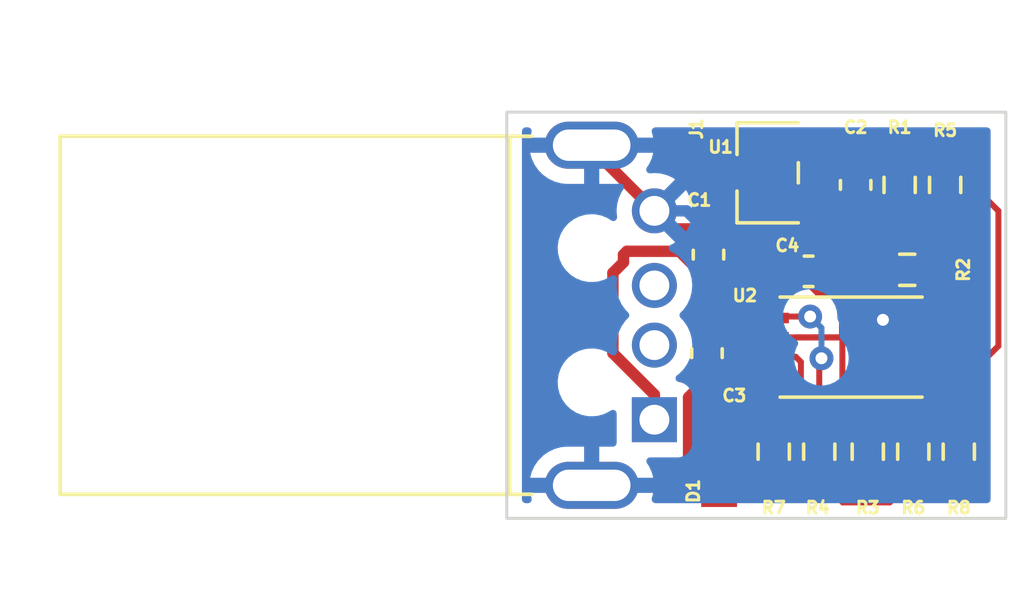
<source format=kicad_pcb>
(kicad_pcb (version 20211014) (generator pcbnew)
  (layers (0 "F.Cu" signal) (31 "B.Cu" signal) (34 "B.Paste" user) (35 "F.Paste" user) (36 "B.SilkS" user "B.Silkscreen") (37 "F.SilkS" user "F.Silkscreen") (38 "B.Mask" user) (39 "F.Mask" user) (44 "Edge.Cuts" user))
  (net 0 "")
  (net 1 "Net-(D1-Pad+)")
  (net 4 "Net-(R1-Pad1)")
  (net 5 "Net-(R3-Pad1)")
  (net 6 "Net-(R3-Pad2)")
  (net 7 "Net-(R4-Pad2)")
  (net 8 "Net-(R5-Pad1)")
  (net 9 "Net-(R5-Pad2)")
  (net 10 "Net-(C1-Pad1)")
  (net 11 "GND")
  (net 12 "Net-(C2-Pad1)")
  (net 13 "Net-(C4-Pad2)")
  (footprint "Resistor_SMD:R_0603_1608Metric_Pad0.98x0.95mm_HandSolder" (layer "F.Cu") (at 101.7016 87.63 -90)
    (fp_text reference "R3" (at 1.8796 0 -180) (layer "F.SilkS") (effects (font (size 0.4 0.4) (thickness 0.1))))
    (fp_text value "10K")
    (fp_line (start -0.254724 -0.5225) (end 0.254724 -0.5225) (layer "F.SilkS") (width 0.12))
    (fp_line (start -0.254724 0.5225) (end 0.254724 0.5225) (layer "F.SilkS") (width 0.12))
    (pad "1" smd roundrect (at -0.9125 0 270) (size 0.975 0.95) (layers "F.Cu" "F.Paste" "F.Mask") (net 5 "Net-(R3-Pad1)"))
    (pad "2" smd roundrect (at 0.9125 0 270) (size 0.975 0.95) (layers "F.Cu" "F.Paste" "F.Mask") (net 6 "Net-(R3-Pad2)"))
  )
  (footprint "Capacitor_SMD:C_0603_1608Metric_Pad1.08x0.95mm_HandSolder" (layer "F.Cu") (at 101.2952 78.6892 -90)
    (fp_text reference "C2" (at -1.9304 0 180) (layer "F.SilkS") (effects (font (size 0.4 0.4) (thickness 0.1))))
    (fp_text value "1U")
    (fp_line (start -0.146267 -0.51) (end 0.146267 -0.51) (layer "F.SilkS") (width 0.12))
    (fp_line (start -0.146267 0.51) (end 0.146267 0.51) (layer "F.SilkS") (width 0.12))
    (pad "1" smd roundrect (at -0.8625 0 270) (size 1.075 0.95) (layers "F.Cu" "F.Paste" "F.Mask") (net 12 "Net-(C2-Pad1)"))
    (pad "2" smd roundrect (at 0.8625 0 270) (size 1.075 0.95) (layers "F.Cu" "F.Paste" "F.Mask") (net 11 "GND"))
  )
  (footprint "Capacitor_SMD:C_0603_1608Metric_Pad1.08x0.95mm_HandSolder" (layer "F.Cu") (at 99.7204 81.5848 180)
    (fp_text reference "C4" (at 0.7112 0.8636 180) (layer "F.SilkS") (effects (font (size 0.4 0.4) (thickness 0.1))))
    (fp_text value ".1U")
    (fp_line (start -0.146267 0.51) (end 0.146267 0.51) (layer "F.SilkS") (width 0.12))
    (fp_line (start -0.146267 -0.51) (end 0.146267 -0.51) (layer "F.SilkS") (width 0.12))
    (pad "1" smd roundrect (at -0.8625 0 180) (size 1.075 0.95) (layers "F.Cu" "F.Paste" "F.Mask") (net 11 "GND"))
    (pad "2" smd roundrect (at 0.8625 0 180) (size 1.075 0.95) (layers "F.Cu" "F.Paste" "F.Mask") (net 13 "Net-(C4-Pad2)"))
  )
  (footprint "MCP1702T-3302E-CBCT-ND:MCP1702T-3302E&slash_CB" (layer "F.Cu") (at 98.3488 78.2828 90)
    (fp_text reference "U1" (at 0.8636 -1.5748 180) (layer "F.SilkS") (effects (font (size 0.4 0.4) (thickness 0.1))))
    (fp_text value "MCP1702T-3302E/CB" hide)
    (fp_line (start -0.61214 -1.027) (end -1.676999 -1.027) (layer "F.SilkS") (width 0.12))
    (fp_line (start -0.337861 1.027) (end 0.337861 1.027) (layer "F.SilkS") (width 0.12))
    (fp_line (start 1.676999 -1.027) (end 0.61214 -1.027) (layer "F.SilkS") (width 0.12))
    (fp_line (start 1.676999 1.027) (end 1.676999 -1.027) (layer "F.SilkS") (width 0.12))
    (fp_line (start -1.676999 -1.027) (end -1.676999 1.027) (layer "F.SilkS") (width 0.12))
    (pad "1" smd rect (at -0.950001 1.1952 90) (size 0.9398 1.3208) (layers "F.Cu" "F.Paste" "F.Mask") (net 11 "GND"))
    (pad "2" smd rect (at 0.950001 1.1952 90) (size 0.9398 1.3208) (layers "F.Cu" "F.Paste" "F.Mask") (net 12 "Net-(C2-Pad1)"))
    (pad "3" smd rect (at 0 -1.1952 90) (size 0.9398 1.3208) (layers "F.Cu" "F.Paste" "F.Mask") (net 10 "Net-(C1-Pad1)"))
  )
  (footprint "MCP6022T-I-STCT-ND:MCP6022T-I&slash_ST" (layer "F.Cu") (at 101.1428 84.1248 180)
    (fp_text reference "U2" (at 3.556 1.7272) (layer "F.SilkS") (effects (font (size 0.4 0.4) (thickness 0.1))))
    (fp_text value "MCP6022T-I/ST" hide)
    (fp_line (start -2.377001 1.676999) (end 2.377001 1.676999) (layer "F.SilkS") (width 0.12))
    (fp_line (start 2.377001 -1.676999) (end -2.377001 -1.676999) (layer "F.SilkS") (width 0.12))
    (pad "1" smd rect (at -2.819001 -0.974999 180) (size 1.4732 0.3556) (layers "F.Cu" "F.Paste" "F.Mask") (net 5 "Net-(R3-Pad1)"))
    (pad "2" smd rect (at -2.819001 -0.325001 180) (size 1.4732 0.3556) (layers "F.Cu" "F.Paste" "F.Mask") (net 5 "Net-(R3-Pad1)"))
    (pad "3" smd rect (at -2.819001 0.325001 180) (size 1.4732 0.3556) (layers "F.Cu" "F.Paste" "F.Mask") (net 4 "Net-(R1-Pad1)"))
    (pad "4" smd rect (at -2.819001 0.974999 180) (size 1.4732 0.3556) (layers "F.Cu" "F.Paste" "F.Mask") (net 11 "GND"))
    (pad "5" smd rect (at 2.819001 0.974999 180) (size 1.4732 0.3556) (layers "F.Cu" "F.Paste" "F.Mask") (net 6 "Net-(R3-Pad2)"))
    (pad "6" smd rect (at 2.819001 0.325001 180) (size 1.4732 0.3556) (layers "F.Cu" "F.Paste" "F.Mask") (net 13 "Net-(C4-Pad2)"))
    (pad "7" smd rect (at 2.819001 -0.325001 180) (size 1.4732 0.3556) (layers "F.Cu" "F.Paste" "F.Mask") (net 7 "Net-(R4-Pad2)"))
    (pad "8" smd rect (at 2.819001 -0.974999 180) (size 1.4732 0.3556) (layers "F.Cu" "F.Paste" "F.Mask") (net 12 "Net-(C2-Pad1)"))
  )
  (footprint "Resistor_SMD:R_0603_1608Metric_Pad0.98x0.95mm_HandSolder" (layer "F.Cu") (at 98.552 87.63 -90)
    (fp_text reference "R7" (at 1.8796 0 180) (layer "F.SilkS") (effects (font (size 0.4 0.4) (thickness 0.1))))
    (fp_text value "47.5")
    (fp_line (start -0.254724 -0.5225) (end 0.254724 -0.5225) (layer "F.SilkS") (width 0.12))
    (fp_line (start -0.254724 0.5225) (end 0.254724 0.5225) (layer "F.SilkS") (width 0.12))
    (pad "1" smd roundrect (at -0.9125 0 270) (size 0.975 0.95) (layers "F.Cu" "F.Paste" "F.Mask") (net 7 "Net-(R4-Pad2)"))
    (pad "2" smd roundrect (at 0.9125 0 270) (size 0.975 0.95) (layers "F.Cu" "F.Paste" "F.Mask") (net 1 "Net-(D1-Pad+)"))
  )
  (footprint "Capacitor_SMD:C_0603_1608Metric_Pad1.08x0.95mm_HandSolder" (layer "F.Cu") (at 96.3168 84.328 -90)
    (fp_text reference "C3" (at 1.4224 -0.9144) (layer "F.SilkS") (effects (font (size 0.4 0.4) (thickness 0.1))))
    (fp_text value ".1U")
    (fp_line (start -0.146267 -0.51) (end 0.146267 -0.51) (layer "F.SilkS") (width 0.12))
    (fp_line (start -0.146267 0.51) (end 0.146267 0.51) (layer "F.SilkS") (width 0.12))
    (pad "1" smd roundrect (at -0.8625 0 270) (size 1.075 0.95) (layers "F.Cu" "F.Paste" "F.Mask") (net 12 "Net-(C2-Pad1)"))
    (pad "2" smd roundrect (at 0.8625 0 270) (size 1.075 0.95) (layers "F.Cu" "F.Paste" "F.Mask") (net 11 "GND"))
  )
  (footprint "Resistor_SMD:R_0603_1608Metric_Pad0.98x0.95mm_HandSolder" (layer "F.Cu") (at 102.7684 78.6892 90)
    (fp_text reference "R1" (at 1.9304 0 180) (layer "F.SilkS") (effects (font (size 0.4 0.4) (thickness 0.1))))
    (fp_text value "10K")
    (fp_line (start -0.254724 0.5225) (end 0.254724 0.5225) (layer "F.SilkS") (width 0.12))
    (fp_line (start -0.254724 -0.5225) (end 0.254724 -0.5225) (layer "F.SilkS") (width 0.12))
    (pad "1" smd roundrect (at -0.9125 0 90) (size 0.975 0.95) (layers "F.Cu" "F.Paste" "F.Mask") (net 4 "Net-(R1-Pad1)"))
    (pad "2" smd roundrect (at 0.9125 0 90) (size 0.975 0.95) (layers "F.Cu" "F.Paste" "F.Mask") (net 12 "Net-(C2-Pad1)"))
  )
  (footprint "Resistor_SMD:R_0603_1608Metric_Pad0.98x0.95mm_HandSolder" (layer "F.Cu") (at 100.076 87.63 -90)
    (fp_text reference "R4" (at 1.8796 0.0508 -180) (layer "F.SilkS") (effects (font (size 0.4 0.4) (thickness 0.1))))
    (fp_text value "10K")
    (fp_line (start -0.254724 -0.5225) (end 0.254724 -0.5225) (layer "F.SilkS") (width 0.12))
    (fp_line (start -0.254724 0.5225) (end 0.254724 0.5225) (layer "F.SilkS") (width 0.12))
    (pad "1" smd roundrect (at -0.9125 0 270) (size 0.975 0.95) (layers "F.Cu" "F.Paste" "F.Mask") (net 6 "Net-(R3-Pad2)"))
    (pad "2" smd roundrect (at 0.9125 0 270) (size 0.975 0.95) (layers "F.Cu" "F.Paste" "F.Mask") (net 7 "Net-(R4-Pad2)"))
  )
  (footprint "160-1579-1-ND:160-1579-1-ND" (layer "F.Cu") (at 96.7232 87.8332 90)
    (fp_text reference "D1" (at -1.1176 -0.8636 90) (layer "F.SilkS") (effects (font (size 0.4 0.4) (thickness 0.1))))
    (fp_text value "LTST-C170TBKT")
    (pad "+" smd rect locked (at 1.05 0 90) (size 1.2 1.2) (layers "F.Cu" "F.Paste" "F.Mask") (net 1 "Net-(D1-Pad+)"))
    (pad "-" smd rect locked (at -1.05 0 90) (size 1.2 1.2) (layers "F.Cu" "F.Paste" "F.Mask") (net 11 "GND"))
  )
  (footprint "Resistor_SMD:R_0603_1608Metric_Pad0.98x0.95mm_HandSolder" (layer "F.Cu") (at 103.0224 81.534)
    (fp_text reference "R2" (at 1.8796 0 90) (layer "F.SilkS") (effects (font (size 0.4 0.4) (thickness 0.1))))
    (fp_text value "10K")
    (fp_line (start -0.254724 -0.5225) (end 0.254724 -0.5225) (layer "F.SilkS") (width 0.12))
    (fp_line (start -0.254724 0.5225) (end 0.254724 0.5225) (layer "F.SilkS") (width 0.12))
    (pad "1" smd roundrect (at -0.9125 0) (size 0.975 0.95) (layers "F.Cu" "F.Paste" "F.Mask") (net 11 "GND"))
    (pad "2" smd roundrect (at 0.9125 0) (size 0.975 0.95) (layers "F.Cu" "F.Paste" "F.Mask") (net 4 "Net-(R1-Pad1)"))
  )
  (footprint "48037-0001:MOLEX_48037-0001" (layer "F.Cu") (at 92.456 83.058 -90)
    (fp_text reference "J1" (at -6.2484 -3.5052 90) (layer "F.SilkS") (effects (font (size 0.4 0.4) (thickness 0.1))))
    (fp_text value "48037-0001")
    (fp_line (start 6 17.8) (end 6 2.75) (layer "F.SilkS") (width 0.127))
    (fp_line (start -6 2.75) (end 6 2.75) (layer "F.SilkS") (width 0.127))
    (fp_line (start -6 2.75) (end -6 17.8) (layer "F.SilkS") (width 0.127))
    (fp_line (start -6 2) (end -6 2.75) (layer "F.SilkS") (width 0.127))
    (fp_line (start 6 2.75) (end 6 2) (layer "F.SilkS") (width 0.127))
    (fp_line (start -6 17.8) (end 6 17.8) (layer "F.SilkS") (width 0.127))
    (pad "" np_thru_hole circle (at -2.25 0 270) (size 1.25 1.25) (drill 1.25) (layers *.Cu *.Mask))
    (pad "" np_thru_hole circle (at 2.25 0 270) (size 1.25 1.25) (drill 1.25) (layers *.Cu *.Mask))
    (pad "1" thru_hole rect (at 3.5 -2.1 270) (size 1.508 1.508) (drill 1) (layers *.Cu *.Mask) (net 10 "Net-(C1-Pad1)"))
    (pad "2" thru_hole circle (at 1 -2.1 270) (size 1.508 1.508) (drill 1) (layers *.Cu *.Mask))
    (pad "3" thru_hole circle (at -1 -2.1 270) (size 1.508 1.508) (drill 1) (layers *.Cu *.Mask))
    (pad "4" thru_hole circle (at -3.5 -2.1 270) (size 1.508 1.508) (drill 1) (layers *.Cu *.Mask) (net 11 "GND"))
    (pad "S1" thru_hole oval (at 5.7 0 270) (size 1.575 3.15) (drill oval 1.05 2.6) (layers *.Cu *.Mask) (net 11 "GND"))
    (pad "S2" thru_hole oval (at -5.7 0 270) (size 1.575 3.15) (drill oval 1.05 2.6) (layers *.Cu *.Mask) (net 11 "GND"))
  )
  (footprint "Capacitor_SMD:C_0603_1608Metric_Pad1.08x0.95mm_HandSolder" (layer "F.Cu") (at 96.3676 81.026 90)
    (fp_text reference "C1" (at 1.8288 -0.3048 180) (layer "F.SilkS") (effects (font (size 0.4 0.4) (thickness 0.1))))
    (fp_text value "1U")
    (fp_line (start -0.146267 -0.51) (end 0.146267 -0.51) (layer "F.SilkS") (width 0.12))
    (fp_line (start -0.146267 0.51) (end 0.146267 0.51) (layer "F.SilkS") (width 0.12))
    (pad "1" smd roundrect (at -0.8625 0 90) (size 1.075 0.95) (layers "F.Cu" "F.Paste" "F.Mask") (net 10 "Net-(C1-Pad1)"))
    (pad "2" smd roundrect (at 0.8625 0 90) (size 1.075 0.95) (layers "F.Cu" "F.Paste" "F.Mask") (net 11 "GND"))
  )
  (footprint "Resistor_SMD:R_0603_1608Metric_Pad0.98x0.95mm_HandSolder" (layer "F.Cu") (at 103.2256 87.63 -90)
    (fp_text reference "R6" (at 1.8796 0) (layer "F.SilkS") (effects (font (size 0.4 0.4) (thickness 0.1))))
    (fp_text value "953K")
    (fp_line (start -0.254724 0.5225) (end 0.254724 0.5225) (layer "F.SilkS") (width 0.12))
    (fp_line (start -0.254724 -0.5225) (end 0.254724 -0.5225) (layer "F.SilkS") (width 0.12))
    (pad "1" smd roundrect (at -0.9125 0 270) (size 0.975 0.95) (layers "F.Cu" "F.Paste" "F.Mask") (net 8 "Net-(R5-Pad1)"))
    (pad "2" smd roundrect (at 0.9125 0 270) (size 0.975 0.95) (layers "F.Cu" "F.Paste" "F.Mask") (net 7 "Net-(R4-Pad2)"))
  )
  (footprint "Resistor_SMD:R_0603_1608Metric_Pad0.98x0.95mm_HandSolder" (layer "F.Cu") (at 104.2924 78.6892 90)
    (fp_text reference "R5" (at 1.8288 0 180) (layer "F.SilkS") (effects (font (size 0.4 0.4) (thickness 0.1))))
    (fp_text value "604K")
    (fp_line (start -0.254724 0.5225) (end 0.254724 0.5225) (layer "F.SilkS") (width 0.12))
    (fp_line (start -0.254724 -0.5225) (end 0.254724 -0.5225) (layer "F.SilkS") (width 0.12))
    (pad "1" smd roundrect (at -0.9125 0 90) (size 0.975 0.95) (layers "F.Cu" "F.Paste" "F.Mask") (net 8 "Net-(R5-Pad1)"))
    (pad "2" smd roundrect (at 0.9125 0 90) (size 0.975 0.95) (layers "F.Cu" "F.Paste" "F.Mask") (net 9 "Net-(R5-Pad2)"))
  )
  (footprint "Resistor_SMD:R_0603_1608Metric_Pad0.98x0.95mm_HandSolder" (layer "F.Cu") (at 104.7496 87.63 -90)
    (fp_text reference "R8" (at 1.8796 0 180) (layer "F.SilkS") (effects (font (size 0.4 0.4) (thickness 0.1))))
    (fp_text value "3.01M")
    (fp_line (start -0.254724 -0.5225) (end 0.254724 -0.5225) (layer "F.SilkS") (width 0.12))
    (fp_line (start -0.254724 0.5225) (end 0.254724 0.5225) (layer "F.SilkS") (width 0.12))
    (pad "1" smd roundrect (at -0.9125 0 270) (size 0.975 0.95) (layers "F.Cu" "F.Paste" "F.Mask") (net 9 "Net-(R5-Pad2)"))
    (pad "2" smd roundrect (at 0.9125 0 270) (size 0.975 0.95) (layers "F.Cu" "F.Paste" "F.Mask") (net 13 "Net-(C4-Pad2)"))
  )
  (gr_rect (start 89.6112 76.2508) (end 106.3244 89.8652) (layer "Edge.Cuts") (width 0.1) (fill none))
  (segment (start 96.7232 87.8308) (end 96.8756 87.9832) (width 0.2) (layer "F.Cu") (net 1))
  (segment (start 98.1825 88.5425) (end 98.552 88.5425) (width 0.2) (layer "F.Cu") (net 1))
  (segment (start 97.6232 87.9832) (end 98.1825 88.5425) (width 0.2) (layer "F.Cu") (net 1))
  (segment (start 96.8756 87.9832) (end 97.6232 87.9832) (width 0.2) (layer "F.Cu") (net 1))
  (segment (start 96.7232 86.7832) (end 96.7232 87.8308) (width 0.2) (layer "F.Cu") (net 1))
  (segment (start 102.7684 79.6017) (end 103.9349 80.7682) (width 0.381) (layer "F.Cu") (net 4))
  (segment (start 105.1849 83.717701) (end 105.102802 83.799799) (width 0.381) (layer "F.Cu") (net 4))
  (segment (start 105.1849 82.784) (end 105.1849 83.717701) (width 0.381) (layer "F.Cu") (net 4))
  (segment (start 103.9349 81.534) (end 105.1849 82.784) (width 0.381) (layer "F.Cu") (net 4))
  (segment (start 103.9349 80.7682) (end 103.9349 81.534) (width 0.381) (layer "F.Cu") (net 4))
  (segment (start 105.102802 83.799799) (end 103.961801 83.799799) (width 0.381) (layer "F.Cu") (net 4))
  (segment (start 101.7016 86.7175) (end 103.319301 85.099799) (width 0.2) (layer "F.Cu") (net 5))
  (segment (start 103.319301 85.099799) (end 103.961801 85.099799) (width 0.2) (layer "F.Cu") (net 5))
  (segment (start 103.961801 85.099799) (end 103.961801 84.449801) (width 0.2) (layer "F.Cu") (net 5))
  (segment (start 100.076 86.7175) (end 100.076 86.9169) (width 0.2) (layer "F.Cu") (net 6))
  (segment (start 100.076 84.573953) (end 100.150654 84.499299) (width 0.2) (layer "F.Cu") (net 6))
  (segment (start 100.076 86.9169) (end 101.7016 88.5425) (width 0.2) (layer "F.Cu") (net 6))
  (segment (start 100.076 86.7175) (end 100.076 84.573953) (width 0.2) (layer "F.Cu") (net 6))
  (segment (start 99.7712 83.100299) (end 98.373301 83.100299) (width 0.2) (layer "F.Cu") (net 6))
  (segment (start 98.373301 83.100299) (end 98.323799 83.149801) (width 0.2) (layer "F.Cu") (net 6))
  (via (at 99.7712 83.100299) (size 0.8) (drill 0.4) (layers "F.Cu" "B.Cu") (net 6))
  (via (at 100.150654 84.499299) (size 0.8) (drill 0.4) (layers "F.Cu" "B.Cu") (net 6))
  (segment (start 100.150654 84.499299) (end 100.150654 83.479753) (width 0.2) (layer "B.Cu") (net 6))
  (segment (start 100.150654 83.479753) (end 99.7712 83.100299) (width 0.2) (layer "B.Cu") (net 6))
  (segment (start 102.4381 89.33) (end 100.8635 89.33) (width 0.2) (layer "F.Cu") (net 7))
  (segment (start 100.8635 89.33) (end 100.076 88.5425) (width 0.2) (layer "F.Cu") (net 7))
  (segment (start 98.552 85.6313) (end 98.552 86.7175) (width 0.2) (layer "F.Cu") (net 7))
  (segment (start 103.2256 88.5425) (end 102.4381 89.33) (width 0.2) (layer "F.Cu") (net 7))
  (segment (start 99.461999 84.621999) (end 99.461999 85.577599) (width 0.2) (layer "F.Cu") (net 7))
  (segment (start 99.408298 85.6313) (end 98.552 85.6313) (width 0.2) (layer "F.Cu") (net 7))
  (segment (start 98.552 87.0185) (end 100.076 88.5425) (width 0.2) (layer "F.Cu") (net 7))
  (segment (start 99.289801 84.449801) (end 99.461999 84.621999) (width 0.2) (layer "F.Cu") (net 7))
  (segment (start 98.552 86.7175) (end 98.552 87.0185) (width 0.2) (layer "F.Cu") (net 7))
  (segment (start 99.461999 85.577599) (end 99.408298 85.6313) (width 0.2) (layer "F.Cu") (net 7))
  (segment (start 98.323799 84.449801) (end 99.289801 84.449801) (width 0.2) (layer "F.Cu") (net 7))
  (segment (start 105.2068 85.4708) (end 105.2068 84.389473) (width 0.2) (layer "F.Cu") (net 8))
  (segment (start 104.365501 85.577599) (end 105.100001 85.577599) (width 0.2) (layer "F.Cu") (net 8))
  (segment (start 105.2068 84.389473) (end 105.6754 83.920873) (width 0.2) (layer "F.Cu") (net 8))
  (segment (start 103.2256 86.7175) (end 104.365501 85.577599) (width 0.2) (layer "F.Cu") (net 8))
  (segment (start 105.100001 85.577599) (end 105.2068 85.4708) (width 0.2) (layer "F.Cu") (net 8))
  (segment (start 105.6754 80.9847) (end 104.2924 79.6017) (width 0.2) (layer "F.Cu") (net 8))
  (segment (start 105.6754 83.920873) (end 105.6754 80.9847) (width 0.2) (layer "F.Cu") (net 8))
  (segment (start 106.0754 79.5597) (end 104.2924 77.7767) (width 0.2) (layer "F.Cu") (net 9))
  (segment (start 104.7496 86.493685) (end 105.6068 85.636485) (width 0.2) (layer "F.Cu") (net 9))
  (segment (start 105.6068 84.555159) (end 106.0754 84.086558) (width 0.2) (layer "F.Cu") (net 9))
  (segment (start 106.0754 84.086558) (end 106.0754 79.5597) (width 0.2) (layer "F.Cu") (net 9))
  (segment (start 105.6068 85.636485) (end 105.6068 84.555159) (width 0.2) (layer "F.Cu") (net 9))
  (segment (start 104.7496 86.7175) (end 104.7496 86.493685) (width 0.2) (layer "F.Cu") (net 9))
  (segment (start 96.3676 81.8388) (end 97.282 80.9244) (width 0.381) (layer "F.Cu") (net 10))
  (segment (start 94.556 85.7168) (end 93.1672 84.328) (width 0.381) (layer "F.Cu") (net 10))
  (segment (start 97.1536 79.3228) (end 97.1536 78.2828) (width 0.381) (layer "F.Cu") (net 10))
  (segment (start 94.556 86.558) (end 94.556 85.7168) (width 0.381) (layer "F.Cu") (net 10))
  (segment (start 93.1672 84.328) (end 93.1672 81.6356) (width 0.381) (layer "F.Cu") (net 10))
  (segment (start 96.3676 81.8885) (end 96.3676 81.8388) (width 0.381) (layer "F.Cu") (net 10))
  (segment (start 93.6353 80.9135) (end 93.521501 81.027299) (width 0.381) (layer "F.Cu") (net 10))
  (segment (start 93.521501 81.281299) (end 93.1672 81.6356) (width 0.381) (layer "F.Cu") (net 10))
  (segment (start 96.3676 81.8885) (end 95.3926 80.9135) (width 0.381) (layer "F.Cu") (net 10))
  (segment (start 93.521501 81.027299) (end 93.521501 81.281299) (width 0.381) (layer "F.Cu") (net 10))
  (segment (start 97.282 80.9244) (end 97.282 79.4512) (width 0.381) (layer "F.Cu") (net 10))
  (segment (start 95.3926 80.9135) (end 93.6353 80.9135) (width 0.381) (layer "F.Cu") (net 10))
  (segment (start 97.282 79.4512) (end 97.1536 79.3228) (width 0.381) (layer "F.Cu") (net 10))
  (segment (start 100.5829 81.5848) (end 100.718872 81.5848) (width 0.381) (layer "F.Cu") (net 11))
  (segment (start 103.961801 83.149801) (end 103.874301 83.149801) (width 0.381) (layer "F.Cu") (net 11))
  (segment (start 96.3676 80.1635) (end 95.1615 80.1635) (width 0.381) (layer "F.Cu") (net 11))
  (segment (start 92.456 77.358) (end 92.456 77.458) (width 0.381) (layer "F.Cu") (net 11))
  (segment (start 102.2096 83.075528) (end 102.2096 83.2104) (width 0.381) (layer "F.Cu") (net 11))
  (segment (start 96.3168 85.1905) (end 95.7005 85.8068) (width 0.381) (layer "F.Cu") (net 11))
  (segment (start 101.2952 79.5517) (end 102.1099 80.3664) (width 0.381) (layer "F.Cu") (net 11))
  (segment (start 100.2284 81.2303) (end 100.2284 79.917201) (width 0.381) (layer "F.Cu") (net 11))
  (segment (start 102.2585 81.534) (end 102.1099 81.534) (width 0.381) (layer "F.Cu") (net 11))
  (segment (start 95.1615 80.1635) (end 94.556 79.558) (width 0.381) (layer "F.Cu") (net 11))
  (segment (start 100.2284 79.917201) (end 99.544 79.232801) (width 0.381) (layer "F.Cu") (net 11))
  (segment (start 100.718872 81.5848) (end 102.2096 83.075528) (width 0.381) (layer "F.Cu") (net 11))
  (segment (start 95.7005 87.8605) (end 94.803 88.758) (width 0.381) (layer "F.Cu") (net 11))
  (segment (start 94.803 88.758) (end 92.456 88.758) (width 0.381) (layer "F.Cu") (net 11))
  (segment (start 95.7005 87.8605) (end 96.7232 88.8832) (width 0.381) (layer "F.Cu") (net 11))
  (segment (start 100.5829 81.5848) (end 100.2284 81.2303) (width 0.381) (layer "F.Cu") (net 11))
  (segment (start 102.1099 80.3664) (end 102.1099 81.534) (width 0.381) (layer "F.Cu") (net 11))
  (segment (start 92.456 77.458) (end 94.556 79.558) (width 0.381) (layer "F.Cu") (net 11))
  (segment (start 103.961801 83.149801) (end 102.270199 83.149801) (width 0.381) (layer "F.Cu") (net 11))
  (segment (start 102.270199 83.149801) (end 102.2096 83.2104) (width 0.381) (layer "F.Cu") (net 11))
  (segment (start 95.7005 85.8068) (end 95.7005 87.8605) (width 0.381) (layer "F.Cu") (net 11))
  (segment (start 103.874301 83.149801) (end 102.2585 81.534) (width 0.381) (layer "F.Cu") (net 11))
  (via (at 102.2096 83.2104) (size 0.8) (drill 0.4) (layers "F.Cu" "B.Cu") (net 11))
  (segment (start 95.6336 79.558) (end 94.556 79.558) (width 0.381) (layer "B.Cu") (net 11))
  (segment (start 102.2096 83.2104) (end 100.4088 81.4096) (width 0.381) (layer "B.Cu") (net 11))
  (segment (start 100.4088 81.4096) (end 97.4852 81.4096) (width 0.381) (layer "B.Cu") (net 11))
  (segment (start 97.4852 81.4096) (end 95.6336 79.558) (width 0.381) (layer "B.Cu") (net 11))
  (segment (start 97.1823 84.630374) (end 97.1823 85.1408) (width 0.381) (layer "F.Cu") (net 12))
  (segment (start 97.2331 82.5492) (end 96.3168 83.4655) (width 0.381) (layer "F.Cu") (net 12))
  (segment (start 98.4931 78.383699) (end 98.4931 79.9895) (width 0.381) (layer "F.Cu") (net 12))
  (segment (start 96.3687 83.816774) (end 97.1823 84.630374) (width 0.381) (layer "F.Cu") (net 12))
  (segment (start 97.863 80.6196) (end 97.863 81.3105) (width 0.381) (layer "F.Cu") (net 12))
  (segment (start 97.1823 85.1408) (end 98.282798 85.1408) (width 0.381) (layer "F.Cu") (net 12))
  (segment (start 102.7184 77.8267) (end 102.7684 77.7767) (width 0.381) (layer "F.Cu") (net 12))
  (segment (start 101.2952 77.8267) (end 102.7184 77.8267) (width 0.381) (layer "F.Cu") (net 12))
  (segment (start 97.2331 81.9404) (end 97.2331 82.5492) (width 0.381) (layer "F.Cu") (net 12))
  (segment (start 98.282798 85.1408) (end 98.323799 85.099799) (width 0.381) (layer "F.Cu") (net 12))
  (segment (start 99.544 77.332799) (end 98.4931 78.383699) (width 0.381) (layer "F.Cu") (net 12))
  (segment (start 98.4931 79.9895) (end 97.863 80.6196) (width 0.381) (layer "F.Cu") (net 12))
  (segment (start 96.3687 83.4655) (end 96.3687 83.816774) (width 0.381) (layer "F.Cu") (net 12))
  (segment (start 97.863 81.3105) (end 97.2331 81.9404) (width 0.381) (layer "F.Cu") (net 12))
  (segment (start 99.544 77.332799) (end 100.801299 77.332799) (width 0.381) (layer "F.Cu") (net 12))
  (segment (start 100.801299 77.332799) (end 101.2952 77.8267) (width 0.381) (layer "F.Cu") (net 12))
  (segment (start 96.3168 83.4655) (end 96.3687 83.4655) (width 0.381) (layer "F.Cu") (net 12))
  (segment (start 100.06026 82.3598) (end 100.8002 82.3598) (width 0.2) (layer "F.Cu") (net 13))
  (segment (start 100.838 82.3976) (end 100.838 83.82) (width 0.2) (layer "F.Cu") (net 13))
  (segment (start 100.817799 83.799799) (end 99.289801 83.799799) (width 0.2) (layer "F.Cu") (net 13))
  (segment (start 100.851 83.799799) (end 99.289801 83.799799) (width 0.2) (layer "F.Cu") (net 13))
  (segment (start 101.24146 87.505) (end 100.851 87.11454) (width 0.2) (layer "F.Cu") (net 13))
  (segment (start 103.7121 87.505) (end 101.24146 87.505) (width 0.2) (layer "F.Cu") (net 13))
  (segment (start 100.8002 82.3598) (end 100.838 82.3976) (width 0.2) (layer "F.Cu") (net 13))
  (segment (start 99.7454 82.04494) (end 100.06026 82.3598) (width 0.2) (layer "F.Cu") (net 13))
  (segment (start 100.838 83.82) (end 100.817799 83.799799) (width 0.2) (layer "F.Cu") (net 13))
  (segment (start 98.8579 81.5848) (end 99.7454 81.5848) (width 0.2) (layer "F.Cu") (net 13))
  (segment (start 104.7496 88.5425) (end 103.7121 87.505) (width 0.2) (layer "F.Cu") (net 13))
  (segment (start 100.851 87.11454) (end 100.851 83.799799) (width 0.2) (layer "F.Cu") (net 13))
  (segment (start 99.289801 83.799799) (end 98.323799 83.799799) (width 0.2) (layer "F.Cu") (net 13))
  (segment (start 99.7454 81.5848) (end 99.7454 82.04494) (width 0.2) (layer "F.Cu") (net 13))
  (zone (net 11) (net_name "GND") (layer "B.Cu") (connect_pads (clearance 0.508)) (min_thickness 0.254) (fill yes (thermal_gap 0.508) (thermal_bridge_width 0.508))
    (polygon (pts (xy 106.315512 89.792406) (xy 89.7128 89.8144) (xy 89.7128 76.3016) (xy 106.366312 76.279606)))
  )
)
</source>
